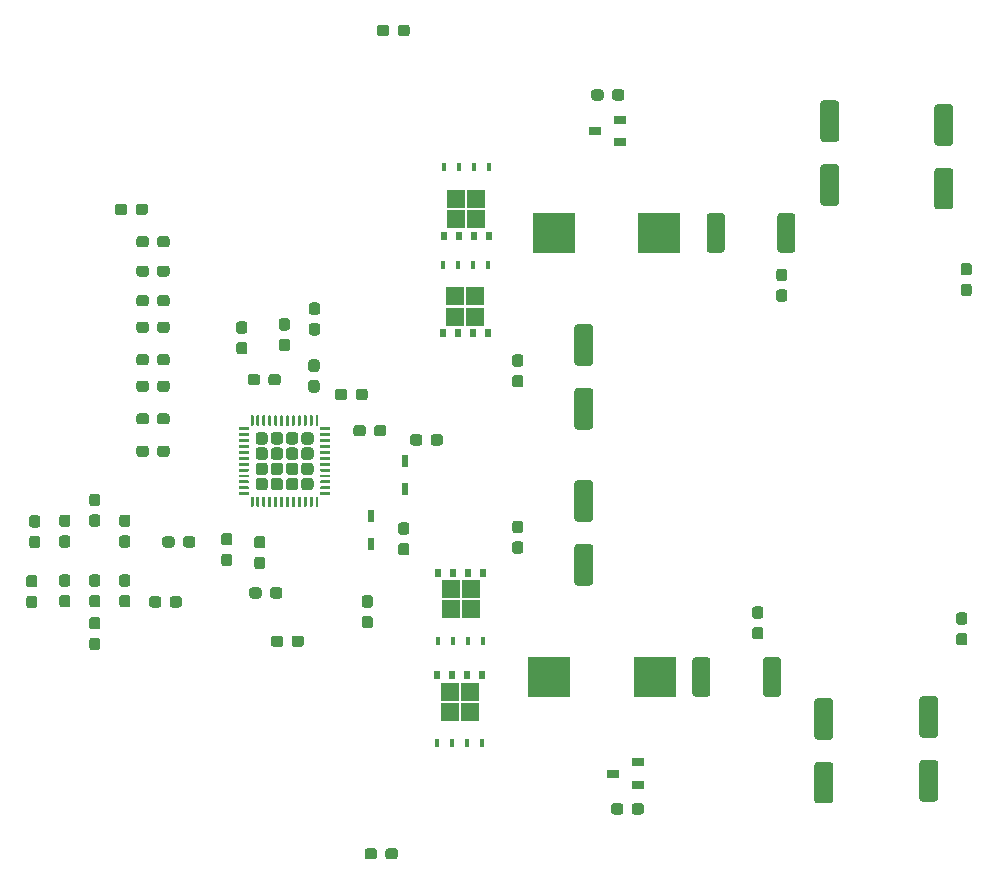
<source format=gtp>
%TF.GenerationSoftware,KiCad,Pcbnew,(5.1.6)-1*%
%TF.CreationDate,2020-10-29T17:58:23+05:30*%
%TF.ProjectId,LTC3884,4c544333-3838-4342-9e6b-696361645f70,rev?*%
%TF.SameCoordinates,Original*%
%TF.FileFunction,Paste,Top*%
%TF.FilePolarity,Positive*%
%FSLAX46Y46*%
G04 Gerber Fmt 4.6, Leading zero omitted, Abs format (unit mm)*
G04 Created by KiCad (PCBNEW (5.1.6)-1) date 2020-10-29 17:58:23*
%MOMM*%
%LPD*%
G01*
G04 APERTURE LIST*
%ADD10R,3.550000X3.500000*%
%ADD11R,0.400000X0.750000*%
%ADD12R,1.500000X1.500000*%
%ADD13R,0.500000X0.750000*%
%ADD14R,0.500000X1.075000*%
%ADD15R,1.100000X0.650000*%
G04 APERTURE END LIST*
%TO.C,C25*%
G36*
G01*
X181118500Y-122270000D02*
X181593500Y-122270000D01*
G75*
G02*
X181831000Y-122507500I0J-237500D01*
G01*
X181831000Y-123082500D01*
G75*
G02*
X181593500Y-123320000I-237500J0D01*
G01*
X181118500Y-123320000D01*
G75*
G02*
X180881000Y-123082500I0J237500D01*
G01*
X180881000Y-122507500D01*
G75*
G02*
X181118500Y-122270000I237500J0D01*
G01*
G37*
G36*
G01*
X181118500Y-120520000D02*
X181593500Y-120520000D01*
G75*
G02*
X181831000Y-120757500I0J-237500D01*
G01*
X181831000Y-121332500D01*
G75*
G02*
X181593500Y-121570000I-237500J0D01*
G01*
X181118500Y-121570000D01*
G75*
G02*
X180881000Y-121332500I0J237500D01*
G01*
X180881000Y-120757500D01*
G75*
G02*
X181118500Y-120520000I237500J0D01*
G01*
G37*
%TD*%
%TO.C,R27*%
G36*
G01*
X207325000Y-132178999D02*
X207325000Y-135029001D01*
G75*
G02*
X207075001Y-135279000I-249999J0D01*
G01*
X206049999Y-135279000D01*
G75*
G02*
X205800000Y-135029001I0J249999D01*
G01*
X205800000Y-132178999D01*
G75*
G02*
X206049999Y-131929000I249999J0D01*
G01*
X207075001Y-131929000D01*
G75*
G02*
X207325000Y-132178999I0J-249999D01*
G01*
G37*
G36*
G01*
X213300000Y-132178999D02*
X213300000Y-135029001D01*
G75*
G02*
X213050001Y-135279000I-249999J0D01*
G01*
X212024999Y-135279000D01*
G75*
G02*
X211775000Y-135029001I0J249999D01*
G01*
X211775000Y-132178999D01*
G75*
G02*
X212024999Y-131929000I249999J0D01*
G01*
X213050001Y-131929000D01*
G75*
G02*
X213300000Y-132178999I0J-249999D01*
G01*
G37*
%TD*%
%TO.C,R26*%
G36*
G01*
X208534500Y-94586999D02*
X208534500Y-97437001D01*
G75*
G02*
X208284501Y-97687000I-249999J0D01*
G01*
X207259499Y-97687000D01*
G75*
G02*
X207009500Y-97437001I0J249999D01*
G01*
X207009500Y-94586999D01*
G75*
G02*
X207259499Y-94337000I249999J0D01*
G01*
X208284501Y-94337000D01*
G75*
G02*
X208534500Y-94586999I0J-249999D01*
G01*
G37*
G36*
G01*
X214509500Y-94586999D02*
X214509500Y-97437001D01*
G75*
G02*
X214259501Y-97687000I-249999J0D01*
G01*
X213234499Y-97687000D01*
G75*
G02*
X212984500Y-97437001I0J249999D01*
G01*
X212984500Y-94586999D01*
G75*
G02*
X213234499Y-94337000I249999J0D01*
G01*
X214259501Y-94337000D01*
G75*
G02*
X214509500Y-94586999I0J-249999D01*
G01*
G37*
%TD*%
D10*
%TO.C,L2*%
X202595000Y-133604000D03*
X193645000Y-133604000D03*
%TD*%
%TO.C,L1*%
X203006000Y-96012000D03*
X194056000Y-96012000D03*
%TD*%
%TO.C,C22*%
G36*
G01*
X197146000Y-107254000D02*
X196046000Y-107254000D01*
G75*
G02*
X195796000Y-107004000I0J250000D01*
G01*
X195796000Y-104004000D01*
G75*
G02*
X196046000Y-103754000I250000J0D01*
G01*
X197146000Y-103754000D01*
G75*
G02*
X197396000Y-104004000I0J-250000D01*
G01*
X197396000Y-107004000D01*
G75*
G02*
X197146000Y-107254000I-250000J0D01*
G01*
G37*
G36*
G01*
X197146000Y-112654000D02*
X196046000Y-112654000D01*
G75*
G02*
X195796000Y-112404000I0J250000D01*
G01*
X195796000Y-109404000D01*
G75*
G02*
X196046000Y-109154000I250000J0D01*
G01*
X197146000Y-109154000D01*
G75*
G02*
X197396000Y-109404000I0J-250000D01*
G01*
X197396000Y-112404000D01*
G75*
G02*
X197146000Y-112654000I-250000J0D01*
G01*
G37*
%TD*%
%TO.C,C21*%
G36*
G01*
X196046000Y-122362000D02*
X197146000Y-122362000D01*
G75*
G02*
X197396000Y-122612000I0J-250000D01*
G01*
X197396000Y-125612000D01*
G75*
G02*
X197146000Y-125862000I-250000J0D01*
G01*
X196046000Y-125862000D01*
G75*
G02*
X195796000Y-125612000I0J250000D01*
G01*
X195796000Y-122612000D01*
G75*
G02*
X196046000Y-122362000I250000J0D01*
G01*
G37*
G36*
G01*
X196046000Y-116962000D02*
X197146000Y-116962000D01*
G75*
G02*
X197396000Y-117212000I0J-250000D01*
G01*
X197396000Y-120212000D01*
G75*
G02*
X197146000Y-120462000I-250000J0D01*
G01*
X196046000Y-120462000D01*
G75*
G02*
X195796000Y-120212000I0J250000D01*
G01*
X195796000Y-117212000D01*
G75*
G02*
X196046000Y-116962000I250000J0D01*
G01*
G37*
%TD*%
%TO.C,C17*%
G36*
G01*
X216366000Y-140810000D02*
X217466000Y-140810000D01*
G75*
G02*
X217716000Y-141060000I0J-250000D01*
G01*
X217716000Y-144060000D01*
G75*
G02*
X217466000Y-144310000I-250000J0D01*
G01*
X216366000Y-144310000D01*
G75*
G02*
X216116000Y-144060000I0J250000D01*
G01*
X216116000Y-141060000D01*
G75*
G02*
X216366000Y-140810000I250000J0D01*
G01*
G37*
G36*
G01*
X216366000Y-135410000D02*
X217466000Y-135410000D01*
G75*
G02*
X217716000Y-135660000I0J-250000D01*
G01*
X217716000Y-138660000D01*
G75*
G02*
X217466000Y-138910000I-250000J0D01*
G01*
X216366000Y-138910000D01*
G75*
G02*
X216116000Y-138660000I0J250000D01*
G01*
X216116000Y-135660000D01*
G75*
G02*
X216366000Y-135410000I250000J0D01*
G01*
G37*
%TD*%
%TO.C,C15*%
G36*
G01*
X225256000Y-140650000D02*
X226356000Y-140650000D01*
G75*
G02*
X226606000Y-140900000I0J-250000D01*
G01*
X226606000Y-143900000D01*
G75*
G02*
X226356000Y-144150000I-250000J0D01*
G01*
X225256000Y-144150000D01*
G75*
G02*
X225006000Y-143900000I0J250000D01*
G01*
X225006000Y-140900000D01*
G75*
G02*
X225256000Y-140650000I250000J0D01*
G01*
G37*
G36*
G01*
X225256000Y-135250000D02*
X226356000Y-135250000D01*
G75*
G02*
X226606000Y-135500000I0J-250000D01*
G01*
X226606000Y-138500000D01*
G75*
G02*
X226356000Y-138750000I-250000J0D01*
G01*
X225256000Y-138750000D01*
G75*
G02*
X225006000Y-138500000I0J250000D01*
G01*
X225006000Y-135500000D01*
G75*
G02*
X225256000Y-135250000I250000J0D01*
G01*
G37*
%TD*%
%TO.C,C14*%
G36*
G01*
X227626000Y-88618000D02*
X226526000Y-88618000D01*
G75*
G02*
X226276000Y-88368000I0J250000D01*
G01*
X226276000Y-85368000D01*
G75*
G02*
X226526000Y-85118000I250000J0D01*
G01*
X227626000Y-85118000D01*
G75*
G02*
X227876000Y-85368000I0J-250000D01*
G01*
X227876000Y-88368000D01*
G75*
G02*
X227626000Y-88618000I-250000J0D01*
G01*
G37*
G36*
G01*
X227626000Y-94018000D02*
X226526000Y-94018000D01*
G75*
G02*
X226276000Y-93768000I0J250000D01*
G01*
X226276000Y-90768000D01*
G75*
G02*
X226526000Y-90518000I250000J0D01*
G01*
X227626000Y-90518000D01*
G75*
G02*
X227876000Y-90768000I0J-250000D01*
G01*
X227876000Y-93768000D01*
G75*
G02*
X227626000Y-94018000I-250000J0D01*
G01*
G37*
%TD*%
%TO.C,C13*%
G36*
G01*
X217974000Y-88298000D02*
X216874000Y-88298000D01*
G75*
G02*
X216624000Y-88048000I0J250000D01*
G01*
X216624000Y-85048000D01*
G75*
G02*
X216874000Y-84798000I250000J0D01*
G01*
X217974000Y-84798000D01*
G75*
G02*
X218224000Y-85048000I0J-250000D01*
G01*
X218224000Y-88048000D01*
G75*
G02*
X217974000Y-88298000I-250000J0D01*
G01*
G37*
G36*
G01*
X217974000Y-93698000D02*
X216874000Y-93698000D01*
G75*
G02*
X216624000Y-93448000I0J250000D01*
G01*
X216624000Y-90448000D01*
G75*
G02*
X216874000Y-90198000I250000J0D01*
G01*
X217974000Y-90198000D01*
G75*
G02*
X218224000Y-90448000I0J-250000D01*
G01*
X218224000Y-93448000D01*
G75*
G02*
X217974000Y-93698000I-250000J0D01*
G01*
G37*
%TD*%
D11*
%TO.C,Q4*%
X188545840Y-90430000D03*
X187275840Y-90430000D03*
X186005840Y-90430000D03*
X184735840Y-90430000D03*
D12*
X187490840Y-94830000D03*
X185790840Y-94830000D03*
X187490840Y-93130000D03*
X185790840Y-93130000D03*
D13*
X188545840Y-96235000D03*
X187275840Y-96235000D03*
X186005840Y-96235000D03*
X184735840Y-96235000D03*
%TD*%
%TO.C,U1*%
G36*
G01*
X173947000Y-111466400D02*
X174072000Y-111466400D01*
G75*
G02*
X174134500Y-111528900I0J-62500D01*
G01*
X174134500Y-112278900D01*
G75*
G02*
X174072000Y-112341400I-62500J0D01*
G01*
X173947000Y-112341400D01*
G75*
G02*
X173884500Y-112278900I0J62500D01*
G01*
X173884500Y-111528900D01*
G75*
G02*
X173947000Y-111466400I62500J0D01*
G01*
G37*
G36*
G01*
X173447000Y-111466400D02*
X173572000Y-111466400D01*
G75*
G02*
X173634500Y-111528900I0J-62500D01*
G01*
X173634500Y-112278900D01*
G75*
G02*
X173572000Y-112341400I-62500J0D01*
G01*
X173447000Y-112341400D01*
G75*
G02*
X173384500Y-112278900I0J62500D01*
G01*
X173384500Y-111528900D01*
G75*
G02*
X173447000Y-111466400I62500J0D01*
G01*
G37*
G36*
G01*
X172947000Y-111466400D02*
X173072000Y-111466400D01*
G75*
G02*
X173134500Y-111528900I0J-62500D01*
G01*
X173134500Y-112278900D01*
G75*
G02*
X173072000Y-112341400I-62500J0D01*
G01*
X172947000Y-112341400D01*
G75*
G02*
X172884500Y-112278900I0J62500D01*
G01*
X172884500Y-111528900D01*
G75*
G02*
X172947000Y-111466400I62500J0D01*
G01*
G37*
G36*
G01*
X172447000Y-111466400D02*
X172572000Y-111466400D01*
G75*
G02*
X172634500Y-111528900I0J-62500D01*
G01*
X172634500Y-112278900D01*
G75*
G02*
X172572000Y-112341400I-62500J0D01*
G01*
X172447000Y-112341400D01*
G75*
G02*
X172384500Y-112278900I0J62500D01*
G01*
X172384500Y-111528900D01*
G75*
G02*
X172447000Y-111466400I62500J0D01*
G01*
G37*
G36*
G01*
X171947000Y-111466400D02*
X172072000Y-111466400D01*
G75*
G02*
X172134500Y-111528900I0J-62500D01*
G01*
X172134500Y-112278900D01*
G75*
G02*
X172072000Y-112341400I-62500J0D01*
G01*
X171947000Y-112341400D01*
G75*
G02*
X171884500Y-112278900I0J62500D01*
G01*
X171884500Y-111528900D01*
G75*
G02*
X171947000Y-111466400I62500J0D01*
G01*
G37*
G36*
G01*
X171447000Y-111466400D02*
X171572000Y-111466400D01*
G75*
G02*
X171634500Y-111528900I0J-62500D01*
G01*
X171634500Y-112278900D01*
G75*
G02*
X171572000Y-112341400I-62500J0D01*
G01*
X171447000Y-112341400D01*
G75*
G02*
X171384500Y-112278900I0J62500D01*
G01*
X171384500Y-111528900D01*
G75*
G02*
X171447000Y-111466400I62500J0D01*
G01*
G37*
G36*
G01*
X170947000Y-111466400D02*
X171072000Y-111466400D01*
G75*
G02*
X171134500Y-111528900I0J-62500D01*
G01*
X171134500Y-112278900D01*
G75*
G02*
X171072000Y-112341400I-62500J0D01*
G01*
X170947000Y-112341400D01*
G75*
G02*
X170884500Y-112278900I0J62500D01*
G01*
X170884500Y-111528900D01*
G75*
G02*
X170947000Y-111466400I62500J0D01*
G01*
G37*
G36*
G01*
X170447000Y-111466400D02*
X170572000Y-111466400D01*
G75*
G02*
X170634500Y-111528900I0J-62500D01*
G01*
X170634500Y-112278900D01*
G75*
G02*
X170572000Y-112341400I-62500J0D01*
G01*
X170447000Y-112341400D01*
G75*
G02*
X170384500Y-112278900I0J62500D01*
G01*
X170384500Y-111528900D01*
G75*
G02*
X170447000Y-111466400I62500J0D01*
G01*
G37*
G36*
G01*
X169947000Y-111466400D02*
X170072000Y-111466400D01*
G75*
G02*
X170134500Y-111528900I0J-62500D01*
G01*
X170134500Y-112278900D01*
G75*
G02*
X170072000Y-112341400I-62500J0D01*
G01*
X169947000Y-112341400D01*
G75*
G02*
X169884500Y-112278900I0J62500D01*
G01*
X169884500Y-111528900D01*
G75*
G02*
X169947000Y-111466400I62500J0D01*
G01*
G37*
G36*
G01*
X169447000Y-111466400D02*
X169572000Y-111466400D01*
G75*
G02*
X169634500Y-111528900I0J-62500D01*
G01*
X169634500Y-112278900D01*
G75*
G02*
X169572000Y-112341400I-62500J0D01*
G01*
X169447000Y-112341400D01*
G75*
G02*
X169384500Y-112278900I0J62500D01*
G01*
X169384500Y-111528900D01*
G75*
G02*
X169447000Y-111466400I62500J0D01*
G01*
G37*
G36*
G01*
X168947000Y-111466400D02*
X169072000Y-111466400D01*
G75*
G02*
X169134500Y-111528900I0J-62500D01*
G01*
X169134500Y-112278900D01*
G75*
G02*
X169072000Y-112341400I-62500J0D01*
G01*
X168947000Y-112341400D01*
G75*
G02*
X168884500Y-112278900I0J62500D01*
G01*
X168884500Y-111528900D01*
G75*
G02*
X168947000Y-111466400I62500J0D01*
G01*
G37*
G36*
G01*
X168447000Y-111466400D02*
X168572000Y-111466400D01*
G75*
G02*
X168634500Y-111528900I0J-62500D01*
G01*
X168634500Y-112278900D01*
G75*
G02*
X168572000Y-112341400I-62500J0D01*
G01*
X168447000Y-112341400D01*
G75*
G02*
X168384500Y-112278900I0J62500D01*
G01*
X168384500Y-111528900D01*
G75*
G02*
X168447000Y-111466400I62500J0D01*
G01*
G37*
G36*
G01*
X167447000Y-112466400D02*
X168197000Y-112466400D01*
G75*
G02*
X168259500Y-112528900I0J-62500D01*
G01*
X168259500Y-112653900D01*
G75*
G02*
X168197000Y-112716400I-62500J0D01*
G01*
X167447000Y-112716400D01*
G75*
G02*
X167384500Y-112653900I0J62500D01*
G01*
X167384500Y-112528900D01*
G75*
G02*
X167447000Y-112466400I62500J0D01*
G01*
G37*
G36*
G01*
X167447000Y-112966400D02*
X168197000Y-112966400D01*
G75*
G02*
X168259500Y-113028900I0J-62500D01*
G01*
X168259500Y-113153900D01*
G75*
G02*
X168197000Y-113216400I-62500J0D01*
G01*
X167447000Y-113216400D01*
G75*
G02*
X167384500Y-113153900I0J62500D01*
G01*
X167384500Y-113028900D01*
G75*
G02*
X167447000Y-112966400I62500J0D01*
G01*
G37*
G36*
G01*
X167447000Y-113466400D02*
X168197000Y-113466400D01*
G75*
G02*
X168259500Y-113528900I0J-62500D01*
G01*
X168259500Y-113653900D01*
G75*
G02*
X168197000Y-113716400I-62500J0D01*
G01*
X167447000Y-113716400D01*
G75*
G02*
X167384500Y-113653900I0J62500D01*
G01*
X167384500Y-113528900D01*
G75*
G02*
X167447000Y-113466400I62500J0D01*
G01*
G37*
G36*
G01*
X167447000Y-113966400D02*
X168197000Y-113966400D01*
G75*
G02*
X168259500Y-114028900I0J-62500D01*
G01*
X168259500Y-114153900D01*
G75*
G02*
X168197000Y-114216400I-62500J0D01*
G01*
X167447000Y-114216400D01*
G75*
G02*
X167384500Y-114153900I0J62500D01*
G01*
X167384500Y-114028900D01*
G75*
G02*
X167447000Y-113966400I62500J0D01*
G01*
G37*
G36*
G01*
X167447000Y-114466400D02*
X168197000Y-114466400D01*
G75*
G02*
X168259500Y-114528900I0J-62500D01*
G01*
X168259500Y-114653900D01*
G75*
G02*
X168197000Y-114716400I-62500J0D01*
G01*
X167447000Y-114716400D01*
G75*
G02*
X167384500Y-114653900I0J62500D01*
G01*
X167384500Y-114528900D01*
G75*
G02*
X167447000Y-114466400I62500J0D01*
G01*
G37*
G36*
G01*
X167447000Y-114966400D02*
X168197000Y-114966400D01*
G75*
G02*
X168259500Y-115028900I0J-62500D01*
G01*
X168259500Y-115153900D01*
G75*
G02*
X168197000Y-115216400I-62500J0D01*
G01*
X167447000Y-115216400D01*
G75*
G02*
X167384500Y-115153900I0J62500D01*
G01*
X167384500Y-115028900D01*
G75*
G02*
X167447000Y-114966400I62500J0D01*
G01*
G37*
G36*
G01*
X167447000Y-115466400D02*
X168197000Y-115466400D01*
G75*
G02*
X168259500Y-115528900I0J-62500D01*
G01*
X168259500Y-115653900D01*
G75*
G02*
X168197000Y-115716400I-62500J0D01*
G01*
X167447000Y-115716400D01*
G75*
G02*
X167384500Y-115653900I0J62500D01*
G01*
X167384500Y-115528900D01*
G75*
G02*
X167447000Y-115466400I62500J0D01*
G01*
G37*
G36*
G01*
X167447000Y-115966400D02*
X168197000Y-115966400D01*
G75*
G02*
X168259500Y-116028900I0J-62500D01*
G01*
X168259500Y-116153900D01*
G75*
G02*
X168197000Y-116216400I-62500J0D01*
G01*
X167447000Y-116216400D01*
G75*
G02*
X167384500Y-116153900I0J62500D01*
G01*
X167384500Y-116028900D01*
G75*
G02*
X167447000Y-115966400I62500J0D01*
G01*
G37*
G36*
G01*
X167447000Y-116466400D02*
X168197000Y-116466400D01*
G75*
G02*
X168259500Y-116528900I0J-62500D01*
G01*
X168259500Y-116653900D01*
G75*
G02*
X168197000Y-116716400I-62500J0D01*
G01*
X167447000Y-116716400D01*
G75*
G02*
X167384500Y-116653900I0J62500D01*
G01*
X167384500Y-116528900D01*
G75*
G02*
X167447000Y-116466400I62500J0D01*
G01*
G37*
G36*
G01*
X167447000Y-116966400D02*
X168197000Y-116966400D01*
G75*
G02*
X168259500Y-117028900I0J-62500D01*
G01*
X168259500Y-117153900D01*
G75*
G02*
X168197000Y-117216400I-62500J0D01*
G01*
X167447000Y-117216400D01*
G75*
G02*
X167384500Y-117153900I0J62500D01*
G01*
X167384500Y-117028900D01*
G75*
G02*
X167447000Y-116966400I62500J0D01*
G01*
G37*
G36*
G01*
X167447000Y-117466400D02*
X168197000Y-117466400D01*
G75*
G02*
X168259500Y-117528900I0J-62500D01*
G01*
X168259500Y-117653900D01*
G75*
G02*
X168197000Y-117716400I-62500J0D01*
G01*
X167447000Y-117716400D01*
G75*
G02*
X167384500Y-117653900I0J62500D01*
G01*
X167384500Y-117528900D01*
G75*
G02*
X167447000Y-117466400I62500J0D01*
G01*
G37*
G36*
G01*
X167447000Y-117966400D02*
X168197000Y-117966400D01*
G75*
G02*
X168259500Y-118028900I0J-62500D01*
G01*
X168259500Y-118153900D01*
G75*
G02*
X168197000Y-118216400I-62500J0D01*
G01*
X167447000Y-118216400D01*
G75*
G02*
X167384500Y-118153900I0J62500D01*
G01*
X167384500Y-118028900D01*
G75*
G02*
X167447000Y-117966400I62500J0D01*
G01*
G37*
G36*
G01*
X168447000Y-118341400D02*
X168572000Y-118341400D01*
G75*
G02*
X168634500Y-118403900I0J-62500D01*
G01*
X168634500Y-119153900D01*
G75*
G02*
X168572000Y-119216400I-62500J0D01*
G01*
X168447000Y-119216400D01*
G75*
G02*
X168384500Y-119153900I0J62500D01*
G01*
X168384500Y-118403900D01*
G75*
G02*
X168447000Y-118341400I62500J0D01*
G01*
G37*
G36*
G01*
X168947000Y-118341400D02*
X169072000Y-118341400D01*
G75*
G02*
X169134500Y-118403900I0J-62500D01*
G01*
X169134500Y-119153900D01*
G75*
G02*
X169072000Y-119216400I-62500J0D01*
G01*
X168947000Y-119216400D01*
G75*
G02*
X168884500Y-119153900I0J62500D01*
G01*
X168884500Y-118403900D01*
G75*
G02*
X168947000Y-118341400I62500J0D01*
G01*
G37*
G36*
G01*
X169447000Y-118341400D02*
X169572000Y-118341400D01*
G75*
G02*
X169634500Y-118403900I0J-62500D01*
G01*
X169634500Y-119153900D01*
G75*
G02*
X169572000Y-119216400I-62500J0D01*
G01*
X169447000Y-119216400D01*
G75*
G02*
X169384500Y-119153900I0J62500D01*
G01*
X169384500Y-118403900D01*
G75*
G02*
X169447000Y-118341400I62500J0D01*
G01*
G37*
G36*
G01*
X169947000Y-118341400D02*
X170072000Y-118341400D01*
G75*
G02*
X170134500Y-118403900I0J-62500D01*
G01*
X170134500Y-119153900D01*
G75*
G02*
X170072000Y-119216400I-62500J0D01*
G01*
X169947000Y-119216400D01*
G75*
G02*
X169884500Y-119153900I0J62500D01*
G01*
X169884500Y-118403900D01*
G75*
G02*
X169947000Y-118341400I62500J0D01*
G01*
G37*
G36*
G01*
X170447000Y-118341400D02*
X170572000Y-118341400D01*
G75*
G02*
X170634500Y-118403900I0J-62500D01*
G01*
X170634500Y-119153900D01*
G75*
G02*
X170572000Y-119216400I-62500J0D01*
G01*
X170447000Y-119216400D01*
G75*
G02*
X170384500Y-119153900I0J62500D01*
G01*
X170384500Y-118403900D01*
G75*
G02*
X170447000Y-118341400I62500J0D01*
G01*
G37*
G36*
G01*
X170947000Y-118341400D02*
X171072000Y-118341400D01*
G75*
G02*
X171134500Y-118403900I0J-62500D01*
G01*
X171134500Y-119153900D01*
G75*
G02*
X171072000Y-119216400I-62500J0D01*
G01*
X170947000Y-119216400D01*
G75*
G02*
X170884500Y-119153900I0J62500D01*
G01*
X170884500Y-118403900D01*
G75*
G02*
X170947000Y-118341400I62500J0D01*
G01*
G37*
G36*
G01*
X171447000Y-118341400D02*
X171572000Y-118341400D01*
G75*
G02*
X171634500Y-118403900I0J-62500D01*
G01*
X171634500Y-119153900D01*
G75*
G02*
X171572000Y-119216400I-62500J0D01*
G01*
X171447000Y-119216400D01*
G75*
G02*
X171384500Y-119153900I0J62500D01*
G01*
X171384500Y-118403900D01*
G75*
G02*
X171447000Y-118341400I62500J0D01*
G01*
G37*
G36*
G01*
X171947000Y-118341400D02*
X172072000Y-118341400D01*
G75*
G02*
X172134500Y-118403900I0J-62500D01*
G01*
X172134500Y-119153900D01*
G75*
G02*
X172072000Y-119216400I-62500J0D01*
G01*
X171947000Y-119216400D01*
G75*
G02*
X171884500Y-119153900I0J62500D01*
G01*
X171884500Y-118403900D01*
G75*
G02*
X171947000Y-118341400I62500J0D01*
G01*
G37*
G36*
G01*
X172447000Y-118341400D02*
X172572000Y-118341400D01*
G75*
G02*
X172634500Y-118403900I0J-62500D01*
G01*
X172634500Y-119153900D01*
G75*
G02*
X172572000Y-119216400I-62500J0D01*
G01*
X172447000Y-119216400D01*
G75*
G02*
X172384500Y-119153900I0J62500D01*
G01*
X172384500Y-118403900D01*
G75*
G02*
X172447000Y-118341400I62500J0D01*
G01*
G37*
G36*
G01*
X172947000Y-118341400D02*
X173072000Y-118341400D01*
G75*
G02*
X173134500Y-118403900I0J-62500D01*
G01*
X173134500Y-119153900D01*
G75*
G02*
X173072000Y-119216400I-62500J0D01*
G01*
X172947000Y-119216400D01*
G75*
G02*
X172884500Y-119153900I0J62500D01*
G01*
X172884500Y-118403900D01*
G75*
G02*
X172947000Y-118341400I62500J0D01*
G01*
G37*
G36*
G01*
X173447000Y-118341400D02*
X173572000Y-118341400D01*
G75*
G02*
X173634500Y-118403900I0J-62500D01*
G01*
X173634500Y-119153900D01*
G75*
G02*
X173572000Y-119216400I-62500J0D01*
G01*
X173447000Y-119216400D01*
G75*
G02*
X173384500Y-119153900I0J62500D01*
G01*
X173384500Y-118403900D01*
G75*
G02*
X173447000Y-118341400I62500J0D01*
G01*
G37*
G36*
G01*
X173947000Y-118341400D02*
X174072000Y-118341400D01*
G75*
G02*
X174134500Y-118403900I0J-62500D01*
G01*
X174134500Y-119153900D01*
G75*
G02*
X174072000Y-119216400I-62500J0D01*
G01*
X173947000Y-119216400D01*
G75*
G02*
X173884500Y-119153900I0J62500D01*
G01*
X173884500Y-118403900D01*
G75*
G02*
X173947000Y-118341400I62500J0D01*
G01*
G37*
G36*
G01*
X174322000Y-117966400D02*
X175072000Y-117966400D01*
G75*
G02*
X175134500Y-118028900I0J-62500D01*
G01*
X175134500Y-118153900D01*
G75*
G02*
X175072000Y-118216400I-62500J0D01*
G01*
X174322000Y-118216400D01*
G75*
G02*
X174259500Y-118153900I0J62500D01*
G01*
X174259500Y-118028900D01*
G75*
G02*
X174322000Y-117966400I62500J0D01*
G01*
G37*
G36*
G01*
X174322000Y-117466400D02*
X175072000Y-117466400D01*
G75*
G02*
X175134500Y-117528900I0J-62500D01*
G01*
X175134500Y-117653900D01*
G75*
G02*
X175072000Y-117716400I-62500J0D01*
G01*
X174322000Y-117716400D01*
G75*
G02*
X174259500Y-117653900I0J62500D01*
G01*
X174259500Y-117528900D01*
G75*
G02*
X174322000Y-117466400I62500J0D01*
G01*
G37*
G36*
G01*
X174322000Y-116966400D02*
X175072000Y-116966400D01*
G75*
G02*
X175134500Y-117028900I0J-62500D01*
G01*
X175134500Y-117153900D01*
G75*
G02*
X175072000Y-117216400I-62500J0D01*
G01*
X174322000Y-117216400D01*
G75*
G02*
X174259500Y-117153900I0J62500D01*
G01*
X174259500Y-117028900D01*
G75*
G02*
X174322000Y-116966400I62500J0D01*
G01*
G37*
G36*
G01*
X174322000Y-116466400D02*
X175072000Y-116466400D01*
G75*
G02*
X175134500Y-116528900I0J-62500D01*
G01*
X175134500Y-116653900D01*
G75*
G02*
X175072000Y-116716400I-62500J0D01*
G01*
X174322000Y-116716400D01*
G75*
G02*
X174259500Y-116653900I0J62500D01*
G01*
X174259500Y-116528900D01*
G75*
G02*
X174322000Y-116466400I62500J0D01*
G01*
G37*
G36*
G01*
X174322000Y-115966400D02*
X175072000Y-115966400D01*
G75*
G02*
X175134500Y-116028900I0J-62500D01*
G01*
X175134500Y-116153900D01*
G75*
G02*
X175072000Y-116216400I-62500J0D01*
G01*
X174322000Y-116216400D01*
G75*
G02*
X174259500Y-116153900I0J62500D01*
G01*
X174259500Y-116028900D01*
G75*
G02*
X174322000Y-115966400I62500J0D01*
G01*
G37*
G36*
G01*
X174322000Y-115466400D02*
X175072000Y-115466400D01*
G75*
G02*
X175134500Y-115528900I0J-62500D01*
G01*
X175134500Y-115653900D01*
G75*
G02*
X175072000Y-115716400I-62500J0D01*
G01*
X174322000Y-115716400D01*
G75*
G02*
X174259500Y-115653900I0J62500D01*
G01*
X174259500Y-115528900D01*
G75*
G02*
X174322000Y-115466400I62500J0D01*
G01*
G37*
G36*
G01*
X174322000Y-114966400D02*
X175072000Y-114966400D01*
G75*
G02*
X175134500Y-115028900I0J-62500D01*
G01*
X175134500Y-115153900D01*
G75*
G02*
X175072000Y-115216400I-62500J0D01*
G01*
X174322000Y-115216400D01*
G75*
G02*
X174259500Y-115153900I0J62500D01*
G01*
X174259500Y-115028900D01*
G75*
G02*
X174322000Y-114966400I62500J0D01*
G01*
G37*
G36*
G01*
X174322000Y-114466400D02*
X175072000Y-114466400D01*
G75*
G02*
X175134500Y-114528900I0J-62500D01*
G01*
X175134500Y-114653900D01*
G75*
G02*
X175072000Y-114716400I-62500J0D01*
G01*
X174322000Y-114716400D01*
G75*
G02*
X174259500Y-114653900I0J62500D01*
G01*
X174259500Y-114528900D01*
G75*
G02*
X174322000Y-114466400I62500J0D01*
G01*
G37*
G36*
G01*
X174322000Y-113966400D02*
X175072000Y-113966400D01*
G75*
G02*
X175134500Y-114028900I0J-62500D01*
G01*
X175134500Y-114153900D01*
G75*
G02*
X175072000Y-114216400I-62500J0D01*
G01*
X174322000Y-114216400D01*
G75*
G02*
X174259500Y-114153900I0J62500D01*
G01*
X174259500Y-114028900D01*
G75*
G02*
X174322000Y-113966400I62500J0D01*
G01*
G37*
G36*
G01*
X174322000Y-113466400D02*
X175072000Y-113466400D01*
G75*
G02*
X175134500Y-113528900I0J-62500D01*
G01*
X175134500Y-113653900D01*
G75*
G02*
X175072000Y-113716400I-62500J0D01*
G01*
X174322000Y-113716400D01*
G75*
G02*
X174259500Y-113653900I0J62500D01*
G01*
X174259500Y-113528900D01*
G75*
G02*
X174322000Y-113466400I62500J0D01*
G01*
G37*
G36*
G01*
X174322000Y-112966400D02*
X175072000Y-112966400D01*
G75*
G02*
X175134500Y-113028900I0J-62500D01*
G01*
X175134500Y-113153900D01*
G75*
G02*
X175072000Y-113216400I-62500J0D01*
G01*
X174322000Y-113216400D01*
G75*
G02*
X174259500Y-113153900I0J62500D01*
G01*
X174259500Y-113028900D01*
G75*
G02*
X174322000Y-112966400I62500J0D01*
G01*
G37*
G36*
G01*
X174322000Y-112466400D02*
X175072000Y-112466400D01*
G75*
G02*
X175134500Y-112528900I0J-62500D01*
G01*
X175134500Y-112653900D01*
G75*
G02*
X175072000Y-112716400I-62500J0D01*
G01*
X174322000Y-112716400D01*
G75*
G02*
X174259500Y-112653900I0J62500D01*
G01*
X174259500Y-112528900D01*
G75*
G02*
X174322000Y-112466400I62500J0D01*
G01*
G37*
G36*
G01*
X172924500Y-112886400D02*
X173464500Y-112886400D01*
G75*
G02*
X173714500Y-113136400I0J-250000D01*
G01*
X173714500Y-113676400D01*
G75*
G02*
X173464500Y-113926400I-250000J0D01*
G01*
X172924500Y-113926400D01*
G75*
G02*
X172674500Y-113676400I0J250000D01*
G01*
X172674500Y-113136400D01*
G75*
G02*
X172924500Y-112886400I250000J0D01*
G01*
G37*
G36*
G01*
X171634500Y-112886400D02*
X172174500Y-112886400D01*
G75*
G02*
X172424500Y-113136400I0J-250000D01*
G01*
X172424500Y-113676400D01*
G75*
G02*
X172174500Y-113926400I-250000J0D01*
G01*
X171634500Y-113926400D01*
G75*
G02*
X171384500Y-113676400I0J250000D01*
G01*
X171384500Y-113136400D01*
G75*
G02*
X171634500Y-112886400I250000J0D01*
G01*
G37*
G36*
G01*
X170344500Y-112886400D02*
X170884500Y-112886400D01*
G75*
G02*
X171134500Y-113136400I0J-250000D01*
G01*
X171134500Y-113676400D01*
G75*
G02*
X170884500Y-113926400I-250000J0D01*
G01*
X170344500Y-113926400D01*
G75*
G02*
X170094500Y-113676400I0J250000D01*
G01*
X170094500Y-113136400D01*
G75*
G02*
X170344500Y-112886400I250000J0D01*
G01*
G37*
G36*
G01*
X169054500Y-112886400D02*
X169594500Y-112886400D01*
G75*
G02*
X169844500Y-113136400I0J-250000D01*
G01*
X169844500Y-113676400D01*
G75*
G02*
X169594500Y-113926400I-250000J0D01*
G01*
X169054500Y-113926400D01*
G75*
G02*
X168804500Y-113676400I0J250000D01*
G01*
X168804500Y-113136400D01*
G75*
G02*
X169054500Y-112886400I250000J0D01*
G01*
G37*
G36*
G01*
X172924500Y-114176400D02*
X173464500Y-114176400D01*
G75*
G02*
X173714500Y-114426400I0J-250000D01*
G01*
X173714500Y-114966400D01*
G75*
G02*
X173464500Y-115216400I-250000J0D01*
G01*
X172924500Y-115216400D01*
G75*
G02*
X172674500Y-114966400I0J250000D01*
G01*
X172674500Y-114426400D01*
G75*
G02*
X172924500Y-114176400I250000J0D01*
G01*
G37*
G36*
G01*
X171634500Y-114176400D02*
X172174500Y-114176400D01*
G75*
G02*
X172424500Y-114426400I0J-250000D01*
G01*
X172424500Y-114966400D01*
G75*
G02*
X172174500Y-115216400I-250000J0D01*
G01*
X171634500Y-115216400D01*
G75*
G02*
X171384500Y-114966400I0J250000D01*
G01*
X171384500Y-114426400D01*
G75*
G02*
X171634500Y-114176400I250000J0D01*
G01*
G37*
G36*
G01*
X170344500Y-114176400D02*
X170884500Y-114176400D01*
G75*
G02*
X171134500Y-114426400I0J-250000D01*
G01*
X171134500Y-114966400D01*
G75*
G02*
X170884500Y-115216400I-250000J0D01*
G01*
X170344500Y-115216400D01*
G75*
G02*
X170094500Y-114966400I0J250000D01*
G01*
X170094500Y-114426400D01*
G75*
G02*
X170344500Y-114176400I250000J0D01*
G01*
G37*
G36*
G01*
X169054500Y-114176400D02*
X169594500Y-114176400D01*
G75*
G02*
X169844500Y-114426400I0J-250000D01*
G01*
X169844500Y-114966400D01*
G75*
G02*
X169594500Y-115216400I-250000J0D01*
G01*
X169054500Y-115216400D01*
G75*
G02*
X168804500Y-114966400I0J250000D01*
G01*
X168804500Y-114426400D01*
G75*
G02*
X169054500Y-114176400I250000J0D01*
G01*
G37*
G36*
G01*
X172924500Y-115466400D02*
X173464500Y-115466400D01*
G75*
G02*
X173714500Y-115716400I0J-250000D01*
G01*
X173714500Y-116256400D01*
G75*
G02*
X173464500Y-116506400I-250000J0D01*
G01*
X172924500Y-116506400D01*
G75*
G02*
X172674500Y-116256400I0J250000D01*
G01*
X172674500Y-115716400D01*
G75*
G02*
X172924500Y-115466400I250000J0D01*
G01*
G37*
G36*
G01*
X171634500Y-115466400D02*
X172174500Y-115466400D01*
G75*
G02*
X172424500Y-115716400I0J-250000D01*
G01*
X172424500Y-116256400D01*
G75*
G02*
X172174500Y-116506400I-250000J0D01*
G01*
X171634500Y-116506400D01*
G75*
G02*
X171384500Y-116256400I0J250000D01*
G01*
X171384500Y-115716400D01*
G75*
G02*
X171634500Y-115466400I250000J0D01*
G01*
G37*
G36*
G01*
X170344500Y-115466400D02*
X170884500Y-115466400D01*
G75*
G02*
X171134500Y-115716400I0J-250000D01*
G01*
X171134500Y-116256400D01*
G75*
G02*
X170884500Y-116506400I-250000J0D01*
G01*
X170344500Y-116506400D01*
G75*
G02*
X170094500Y-116256400I0J250000D01*
G01*
X170094500Y-115716400D01*
G75*
G02*
X170344500Y-115466400I250000J0D01*
G01*
G37*
G36*
G01*
X169054500Y-115466400D02*
X169594500Y-115466400D01*
G75*
G02*
X169844500Y-115716400I0J-250000D01*
G01*
X169844500Y-116256400D01*
G75*
G02*
X169594500Y-116506400I-250000J0D01*
G01*
X169054500Y-116506400D01*
G75*
G02*
X168804500Y-116256400I0J250000D01*
G01*
X168804500Y-115716400D01*
G75*
G02*
X169054500Y-115466400I250000J0D01*
G01*
G37*
G36*
G01*
X172924500Y-116756400D02*
X173464500Y-116756400D01*
G75*
G02*
X173714500Y-117006400I0J-250000D01*
G01*
X173714500Y-117546400D01*
G75*
G02*
X173464500Y-117796400I-250000J0D01*
G01*
X172924500Y-117796400D01*
G75*
G02*
X172674500Y-117546400I0J250000D01*
G01*
X172674500Y-117006400D01*
G75*
G02*
X172924500Y-116756400I250000J0D01*
G01*
G37*
G36*
G01*
X171634500Y-116756400D02*
X172174500Y-116756400D01*
G75*
G02*
X172424500Y-117006400I0J-250000D01*
G01*
X172424500Y-117546400D01*
G75*
G02*
X172174500Y-117796400I-250000J0D01*
G01*
X171634500Y-117796400D01*
G75*
G02*
X171384500Y-117546400I0J250000D01*
G01*
X171384500Y-117006400D01*
G75*
G02*
X171634500Y-116756400I250000J0D01*
G01*
G37*
G36*
G01*
X170344500Y-116756400D02*
X170884500Y-116756400D01*
G75*
G02*
X171134500Y-117006400I0J-250000D01*
G01*
X171134500Y-117546400D01*
G75*
G02*
X170884500Y-117796400I-250000J0D01*
G01*
X170344500Y-117796400D01*
G75*
G02*
X170094500Y-117546400I0J250000D01*
G01*
X170094500Y-117006400D01*
G75*
G02*
X170344500Y-116756400I250000J0D01*
G01*
G37*
G36*
G01*
X169054500Y-116756400D02*
X169594500Y-116756400D01*
G75*
G02*
X169844500Y-117006400I0J-250000D01*
G01*
X169844500Y-117546400D01*
G75*
G02*
X169594500Y-117796400I-250000J0D01*
G01*
X169054500Y-117796400D01*
G75*
G02*
X168804500Y-117546400I0J250000D01*
G01*
X168804500Y-117006400D01*
G75*
G02*
X169054500Y-116756400I250000J0D01*
G01*
G37*
%TD*%
%TO.C,Q6*%
X188015880Y-133431800D03*
X186745880Y-133431800D03*
X185475880Y-133431800D03*
X184205880Y-133431800D03*
D12*
X186960880Y-136536800D03*
X185260880Y-136536800D03*
X186960880Y-134836800D03*
X185260880Y-134836800D03*
D11*
X188015880Y-139236800D03*
X186745880Y-139236800D03*
X185475880Y-139236800D03*
X184205880Y-139236800D03*
%TD*%
%TO.C,Q5*%
X184266840Y-130575640D03*
X185536840Y-130575640D03*
X186806840Y-130575640D03*
X188076840Y-130575640D03*
D12*
X185321840Y-126175640D03*
X187021840Y-126175640D03*
X185321840Y-127875640D03*
X187021840Y-127875640D03*
D13*
X184266840Y-124770640D03*
X185536840Y-124770640D03*
X186806840Y-124770640D03*
X188076840Y-124770640D03*
%TD*%
%TO.C,C2*%
G36*
G01*
X171012500Y-103225000D02*
X171487500Y-103225000D01*
G75*
G02*
X171725000Y-103462500I0J-237500D01*
G01*
X171725000Y-104037500D01*
G75*
G02*
X171487500Y-104275000I-237500J0D01*
G01*
X171012500Y-104275000D01*
G75*
G02*
X170775000Y-104037500I0J237500D01*
G01*
X170775000Y-103462500D01*
G75*
G02*
X171012500Y-103225000I237500J0D01*
G01*
G37*
G36*
G01*
X171012500Y-104975000D02*
X171487500Y-104975000D01*
G75*
G02*
X171725000Y-105212500I0J-237500D01*
G01*
X171725000Y-105787500D01*
G75*
G02*
X171487500Y-106025000I-237500J0D01*
G01*
X171012500Y-106025000D01*
G75*
G02*
X170775000Y-105787500I0J237500D01*
G01*
X170775000Y-105212500D01*
G75*
G02*
X171012500Y-104975000I237500J0D01*
G01*
G37*
%TD*%
%TO.C,C3*%
G36*
G01*
X198978000Y-84565500D02*
X198978000Y-84090500D01*
G75*
G02*
X199215500Y-83853000I237500J0D01*
G01*
X199790500Y-83853000D01*
G75*
G02*
X200028000Y-84090500I0J-237500D01*
G01*
X200028000Y-84565500D01*
G75*
G02*
X199790500Y-84803000I-237500J0D01*
G01*
X199215500Y-84803000D01*
G75*
G02*
X198978000Y-84565500I0J237500D01*
G01*
G37*
G36*
G01*
X197228000Y-84565500D02*
X197228000Y-84090500D01*
G75*
G02*
X197465500Y-83853000I237500J0D01*
G01*
X198040500Y-83853000D01*
G75*
G02*
X198278000Y-84090500I0J-237500D01*
G01*
X198278000Y-84565500D01*
G75*
G02*
X198040500Y-84803000I-237500J0D01*
G01*
X197465500Y-84803000D01*
G75*
G02*
X197228000Y-84565500I0J237500D01*
G01*
G37*
%TD*%
%TO.C,C4*%
G36*
G01*
X173562000Y-103650500D02*
X174037000Y-103650500D01*
G75*
G02*
X174274500Y-103888000I0J-237500D01*
G01*
X174274500Y-104463000D01*
G75*
G02*
X174037000Y-104700500I-237500J0D01*
G01*
X173562000Y-104700500D01*
G75*
G02*
X173324500Y-104463000I0J237500D01*
G01*
X173324500Y-103888000D01*
G75*
G02*
X173562000Y-103650500I237500J0D01*
G01*
G37*
G36*
G01*
X173562000Y-101900500D02*
X174037000Y-101900500D01*
G75*
G02*
X174274500Y-102138000I0J-237500D01*
G01*
X174274500Y-102713000D01*
G75*
G02*
X174037000Y-102950500I-237500J0D01*
G01*
X173562000Y-102950500D01*
G75*
G02*
X173324500Y-102713000I0J237500D01*
G01*
X173324500Y-102138000D01*
G75*
G02*
X173562000Y-101900500I237500J0D01*
G01*
G37*
%TD*%
%TO.C,C5*%
G36*
G01*
X169195000Y-108195100D02*
X169195000Y-108670100D01*
G75*
G02*
X168957500Y-108907600I-237500J0D01*
G01*
X168382500Y-108907600D01*
G75*
G02*
X168145000Y-108670100I0J237500D01*
G01*
X168145000Y-108195100D01*
G75*
G02*
X168382500Y-107957600I237500J0D01*
G01*
X168957500Y-107957600D01*
G75*
G02*
X169195000Y-108195100I0J-237500D01*
G01*
G37*
G36*
G01*
X170945000Y-108195100D02*
X170945000Y-108670100D01*
G75*
G02*
X170707500Y-108907600I-237500J0D01*
G01*
X170132500Y-108907600D01*
G75*
G02*
X169895000Y-108670100I0J237500D01*
G01*
X169895000Y-108195100D01*
G75*
G02*
X170132500Y-107957600I237500J0D01*
G01*
X170707500Y-107957600D01*
G75*
G02*
X170945000Y-108195100I0J-237500D01*
G01*
G37*
%TD*%
%TO.C,C6*%
G36*
G01*
X173987500Y-109525000D02*
X173512500Y-109525000D01*
G75*
G02*
X173275000Y-109287500I0J237500D01*
G01*
X173275000Y-108712500D01*
G75*
G02*
X173512500Y-108475000I237500J0D01*
G01*
X173987500Y-108475000D01*
G75*
G02*
X174225000Y-108712500I0J-237500D01*
G01*
X174225000Y-109287500D01*
G75*
G02*
X173987500Y-109525000I-237500J0D01*
G01*
G37*
G36*
G01*
X173987500Y-107775000D02*
X173512500Y-107775000D01*
G75*
G02*
X173275000Y-107537500I0J237500D01*
G01*
X173275000Y-106962500D01*
G75*
G02*
X173512500Y-106725000I237500J0D01*
G01*
X173987500Y-106725000D01*
G75*
G02*
X174225000Y-106962500I0J-237500D01*
G01*
X174225000Y-107537500D01*
G75*
G02*
X173987500Y-107775000I-237500J0D01*
G01*
G37*
%TD*%
%TO.C,C7*%
G36*
G01*
X179892120Y-112512500D02*
X179892120Y-112987500D01*
G75*
G02*
X179654620Y-113225000I-237500J0D01*
G01*
X179079620Y-113225000D01*
G75*
G02*
X178842120Y-112987500I0J237500D01*
G01*
X178842120Y-112512500D01*
G75*
G02*
X179079620Y-112275000I237500J0D01*
G01*
X179654620Y-112275000D01*
G75*
G02*
X179892120Y-112512500I0J-237500D01*
G01*
G37*
G36*
G01*
X178142120Y-112512500D02*
X178142120Y-112987500D01*
G75*
G02*
X177904620Y-113225000I-237500J0D01*
G01*
X177329620Y-113225000D01*
G75*
G02*
X177092120Y-112987500I0J237500D01*
G01*
X177092120Y-112512500D01*
G75*
G02*
X177329620Y-112275000I237500J0D01*
G01*
X177904620Y-112275000D01*
G75*
G02*
X178142120Y-112512500I0J-237500D01*
G01*
G37*
%TD*%
%TO.C,C8*%
G36*
G01*
X163706000Y-121936500D02*
X163706000Y-122411500D01*
G75*
G02*
X163468500Y-122649000I-237500J0D01*
G01*
X162893500Y-122649000D01*
G75*
G02*
X162656000Y-122411500I0J237500D01*
G01*
X162656000Y-121936500D01*
G75*
G02*
X162893500Y-121699000I237500J0D01*
G01*
X163468500Y-121699000D01*
G75*
G02*
X163706000Y-121936500I0J-237500D01*
G01*
G37*
G36*
G01*
X161956000Y-121936500D02*
X161956000Y-122411500D01*
G75*
G02*
X161718500Y-122649000I-237500J0D01*
G01*
X161143500Y-122649000D01*
G75*
G02*
X160906000Y-122411500I0J237500D01*
G01*
X160906000Y-121936500D01*
G75*
G02*
X161143500Y-121699000I237500J0D01*
G01*
X161718500Y-121699000D01*
G75*
G02*
X161956000Y-121936500I0J-237500D01*
G01*
G37*
%TD*%
%TO.C,C9*%
G36*
G01*
X166607500Y-122473000D02*
X166132500Y-122473000D01*
G75*
G02*
X165895000Y-122235500I0J237500D01*
G01*
X165895000Y-121660500D01*
G75*
G02*
X166132500Y-121423000I237500J0D01*
G01*
X166607500Y-121423000D01*
G75*
G02*
X166845000Y-121660500I0J-237500D01*
G01*
X166845000Y-122235500D01*
G75*
G02*
X166607500Y-122473000I-237500J0D01*
G01*
G37*
G36*
G01*
X166607500Y-124223000D02*
X166132500Y-124223000D01*
G75*
G02*
X165895000Y-123985500I0J237500D01*
G01*
X165895000Y-123410500D01*
G75*
G02*
X166132500Y-123173000I237500J0D01*
G01*
X166607500Y-123173000D01*
G75*
G02*
X166845000Y-123410500I0J-237500D01*
G01*
X166845000Y-123985500D01*
G75*
G02*
X166607500Y-124223000I-237500J0D01*
G01*
G37*
%TD*%
%TO.C,C10*%
G36*
G01*
X168926500Y-121677000D02*
X169401500Y-121677000D01*
G75*
G02*
X169639000Y-121914500I0J-237500D01*
G01*
X169639000Y-122489500D01*
G75*
G02*
X169401500Y-122727000I-237500J0D01*
G01*
X168926500Y-122727000D01*
G75*
G02*
X168689000Y-122489500I0J237500D01*
G01*
X168689000Y-121914500D01*
G75*
G02*
X168926500Y-121677000I237500J0D01*
G01*
G37*
G36*
G01*
X168926500Y-123427000D02*
X169401500Y-123427000D01*
G75*
G02*
X169639000Y-123664500I0J-237500D01*
G01*
X169639000Y-124239500D01*
G75*
G02*
X169401500Y-124477000I-237500J0D01*
G01*
X168926500Y-124477000D01*
G75*
G02*
X168689000Y-124239500I0J237500D01*
G01*
X168689000Y-123664500D01*
G75*
G02*
X168926500Y-123427000I237500J0D01*
G01*
G37*
%TD*%
%TO.C,C11*%
G36*
G01*
X178034940Y-128440960D02*
X178509940Y-128440960D01*
G75*
G02*
X178747440Y-128678460I0J-237500D01*
G01*
X178747440Y-129253460D01*
G75*
G02*
X178509940Y-129490960I-237500J0D01*
G01*
X178034940Y-129490960D01*
G75*
G02*
X177797440Y-129253460I0J237500D01*
G01*
X177797440Y-128678460D01*
G75*
G02*
X178034940Y-128440960I237500J0D01*
G01*
G37*
G36*
G01*
X178034940Y-126690960D02*
X178509940Y-126690960D01*
G75*
G02*
X178747440Y-126928460I0J-237500D01*
G01*
X178747440Y-127503460D01*
G75*
G02*
X178509940Y-127740960I-237500J0D01*
G01*
X178034940Y-127740960D01*
G75*
G02*
X177797440Y-127503460I0J237500D01*
G01*
X177797440Y-126928460D01*
G75*
G02*
X178034940Y-126690960I237500J0D01*
G01*
G37*
%TD*%
%TO.C,C12*%
G36*
G01*
X169322000Y-126254500D02*
X169322000Y-126729500D01*
G75*
G02*
X169084500Y-126967000I-237500J0D01*
G01*
X168509500Y-126967000D01*
G75*
G02*
X168272000Y-126729500I0J237500D01*
G01*
X168272000Y-126254500D01*
G75*
G02*
X168509500Y-126017000I237500J0D01*
G01*
X169084500Y-126017000D01*
G75*
G02*
X169322000Y-126254500I0J-237500D01*
G01*
G37*
G36*
G01*
X171072000Y-126254500D02*
X171072000Y-126729500D01*
G75*
G02*
X170834500Y-126967000I-237500J0D01*
G01*
X170259500Y-126967000D01*
G75*
G02*
X170022000Y-126729500I0J237500D01*
G01*
X170022000Y-126254500D01*
G75*
G02*
X170259500Y-126017000I237500J0D01*
G01*
X170834500Y-126017000D01*
G75*
G02*
X171072000Y-126254500I0J-237500D01*
G01*
G37*
%TD*%
%TO.C,C16*%
G36*
G01*
X228743500Y-98563000D02*
X229218500Y-98563000D01*
G75*
G02*
X229456000Y-98800500I0J-237500D01*
G01*
X229456000Y-99375500D01*
G75*
G02*
X229218500Y-99613000I-237500J0D01*
G01*
X228743500Y-99613000D01*
G75*
G02*
X228506000Y-99375500I0J237500D01*
G01*
X228506000Y-98800500D01*
G75*
G02*
X228743500Y-98563000I237500J0D01*
G01*
G37*
G36*
G01*
X228743500Y-100313000D02*
X229218500Y-100313000D01*
G75*
G02*
X229456000Y-100550500I0J-237500D01*
G01*
X229456000Y-101125500D01*
G75*
G02*
X229218500Y-101363000I-237500J0D01*
G01*
X228743500Y-101363000D01*
G75*
G02*
X228506000Y-101125500I0J237500D01*
G01*
X228506000Y-100550500D01*
G75*
G02*
X228743500Y-100313000I237500J0D01*
G01*
G37*
%TD*%
%TO.C,C18*%
G36*
G01*
X213122500Y-100793000D02*
X213597500Y-100793000D01*
G75*
G02*
X213835000Y-101030500I0J-237500D01*
G01*
X213835000Y-101605500D01*
G75*
G02*
X213597500Y-101843000I-237500J0D01*
G01*
X213122500Y-101843000D01*
G75*
G02*
X212885000Y-101605500I0J237500D01*
G01*
X212885000Y-101030500D01*
G75*
G02*
X213122500Y-100793000I237500J0D01*
G01*
G37*
G36*
G01*
X213122500Y-99043000D02*
X213597500Y-99043000D01*
G75*
G02*
X213835000Y-99280500I0J-237500D01*
G01*
X213835000Y-99855500D01*
G75*
G02*
X213597500Y-100093000I-237500J0D01*
G01*
X213122500Y-100093000D01*
G75*
G02*
X212885000Y-99855500I0J237500D01*
G01*
X212885000Y-99280500D01*
G75*
G02*
X213122500Y-99043000I237500J0D01*
G01*
G37*
%TD*%
%TO.C,C19*%
G36*
G01*
X228837500Y-129190000D02*
X228362500Y-129190000D01*
G75*
G02*
X228125000Y-128952500I0J237500D01*
G01*
X228125000Y-128377500D01*
G75*
G02*
X228362500Y-128140000I237500J0D01*
G01*
X228837500Y-128140000D01*
G75*
G02*
X229075000Y-128377500I0J-237500D01*
G01*
X229075000Y-128952500D01*
G75*
G02*
X228837500Y-129190000I-237500J0D01*
G01*
G37*
G36*
G01*
X228837500Y-130940000D02*
X228362500Y-130940000D01*
G75*
G02*
X228125000Y-130702500I0J237500D01*
G01*
X228125000Y-130127500D01*
G75*
G02*
X228362500Y-129890000I237500J0D01*
G01*
X228837500Y-129890000D01*
G75*
G02*
X229075000Y-130127500I0J-237500D01*
G01*
X229075000Y-130702500D01*
G75*
G02*
X228837500Y-130940000I-237500J0D01*
G01*
G37*
%TD*%
%TO.C,C20*%
G36*
G01*
X211565500Y-130432000D02*
X211090500Y-130432000D01*
G75*
G02*
X210853000Y-130194500I0J237500D01*
G01*
X210853000Y-129619500D01*
G75*
G02*
X211090500Y-129382000I237500J0D01*
G01*
X211565500Y-129382000D01*
G75*
G02*
X211803000Y-129619500I0J-237500D01*
G01*
X211803000Y-130194500D01*
G75*
G02*
X211565500Y-130432000I-237500J0D01*
G01*
G37*
G36*
G01*
X211565500Y-128682000D02*
X211090500Y-128682000D01*
G75*
G02*
X210853000Y-128444500I0J237500D01*
G01*
X210853000Y-127869500D01*
G75*
G02*
X211090500Y-127632000I237500J0D01*
G01*
X211565500Y-127632000D01*
G75*
G02*
X211803000Y-127869500I0J-237500D01*
G01*
X211803000Y-128444500D01*
G75*
G02*
X211565500Y-128682000I-237500J0D01*
G01*
G37*
%TD*%
D14*
%TO.C,D1*%
X181427120Y-117670480D03*
X181427120Y-115346480D03*
%TD*%
%TO.C,D2*%
X178562000Y-122320000D03*
X178562000Y-119996000D03*
%TD*%
D15*
%TO.C,Q1*%
X199068000Y-141788000D03*
X201168000Y-140828000D03*
X201168000Y-142748000D03*
%TD*%
%TO.C,Q2*%
X199678000Y-88336000D03*
X199678000Y-86416000D03*
X197578000Y-87376000D03*
%TD*%
D13*
%TO.C,Q3*%
X184658000Y-104494840D03*
X185928000Y-104494840D03*
X187198000Y-104494840D03*
X188468000Y-104494840D03*
D12*
X185713000Y-101389840D03*
X187413000Y-101389840D03*
X185713000Y-103089840D03*
X187413000Y-103089840D03*
D11*
X184658000Y-98689840D03*
X185928000Y-98689840D03*
X187198000Y-98689840D03*
X188468000Y-98689840D03*
%TD*%
%TO.C,R1*%
G36*
G01*
X167402500Y-105245680D02*
X167877500Y-105245680D01*
G75*
G02*
X168115000Y-105483180I0J-237500D01*
G01*
X168115000Y-106058180D01*
G75*
G02*
X167877500Y-106295680I-237500J0D01*
G01*
X167402500Y-106295680D01*
G75*
G02*
X167165000Y-106058180I0J237500D01*
G01*
X167165000Y-105483180D01*
G75*
G02*
X167402500Y-105245680I237500J0D01*
G01*
G37*
G36*
G01*
X167402500Y-103495680D02*
X167877500Y-103495680D01*
G75*
G02*
X168115000Y-103733180I0J-237500D01*
G01*
X168115000Y-104308180D01*
G75*
G02*
X167877500Y-104545680I-237500J0D01*
G01*
X167402500Y-104545680D01*
G75*
G02*
X167165000Y-104308180I0J237500D01*
G01*
X167165000Y-103733180D01*
G75*
G02*
X167402500Y-103495680I237500J0D01*
G01*
G37*
%TD*%
%TO.C,R2*%
G36*
G01*
X178322400Y-109454940D02*
X178322400Y-109929940D01*
G75*
G02*
X178084900Y-110167440I-237500J0D01*
G01*
X177509900Y-110167440D01*
G75*
G02*
X177272400Y-109929940I0J237500D01*
G01*
X177272400Y-109454940D01*
G75*
G02*
X177509900Y-109217440I237500J0D01*
G01*
X178084900Y-109217440D01*
G75*
G02*
X178322400Y-109454940I0J-237500D01*
G01*
G37*
G36*
G01*
X176572400Y-109454940D02*
X176572400Y-109929940D01*
G75*
G02*
X176334900Y-110167440I-237500J0D01*
G01*
X175759900Y-110167440D01*
G75*
G02*
X175522400Y-109929940I0J237500D01*
G01*
X175522400Y-109454940D01*
G75*
G02*
X175759900Y-109217440I237500J0D01*
G01*
X176334900Y-109217440D01*
G75*
G02*
X176572400Y-109454940I0J-237500D01*
G01*
G37*
%TD*%
%TO.C,R3*%
G36*
G01*
X160475000Y-96987500D02*
X160475000Y-96512500D01*
G75*
G02*
X160712500Y-96275000I237500J0D01*
G01*
X161287500Y-96275000D01*
G75*
G02*
X161525000Y-96512500I0J-237500D01*
G01*
X161525000Y-96987500D01*
G75*
G02*
X161287500Y-97225000I-237500J0D01*
G01*
X160712500Y-97225000D01*
G75*
G02*
X160475000Y-96987500I0J237500D01*
G01*
G37*
G36*
G01*
X158725000Y-96987500D02*
X158725000Y-96512500D01*
G75*
G02*
X158962500Y-96275000I237500J0D01*
G01*
X159537500Y-96275000D01*
G75*
G02*
X159775000Y-96512500I0J-237500D01*
G01*
X159775000Y-96987500D01*
G75*
G02*
X159537500Y-97225000I-237500J0D01*
G01*
X158962500Y-97225000D01*
G75*
G02*
X158725000Y-96987500I0J237500D01*
G01*
G37*
%TD*%
%TO.C,R4*%
G36*
G01*
X152416500Y-119865980D02*
X152891500Y-119865980D01*
G75*
G02*
X153129000Y-120103480I0J-237500D01*
G01*
X153129000Y-120678480D01*
G75*
G02*
X152891500Y-120915980I-237500J0D01*
G01*
X152416500Y-120915980D01*
G75*
G02*
X152179000Y-120678480I0J237500D01*
G01*
X152179000Y-120103480D01*
G75*
G02*
X152416500Y-119865980I237500J0D01*
G01*
G37*
G36*
G01*
X152416500Y-121615980D02*
X152891500Y-121615980D01*
G75*
G02*
X153129000Y-121853480I0J-237500D01*
G01*
X153129000Y-122428480D01*
G75*
G02*
X152891500Y-122665980I-237500J0D01*
G01*
X152416500Y-122665980D01*
G75*
G02*
X152179000Y-122428480I0J237500D01*
G01*
X152179000Y-121853480D01*
G75*
G02*
X152416500Y-121615980I237500J0D01*
G01*
G37*
%TD*%
%TO.C,R5*%
G36*
G01*
X159775000Y-99012500D02*
X159775000Y-99487500D01*
G75*
G02*
X159537500Y-99725000I-237500J0D01*
G01*
X158962500Y-99725000D01*
G75*
G02*
X158725000Y-99487500I0J237500D01*
G01*
X158725000Y-99012500D01*
G75*
G02*
X158962500Y-98775000I237500J0D01*
G01*
X159537500Y-98775000D01*
G75*
G02*
X159775000Y-99012500I0J-237500D01*
G01*
G37*
G36*
G01*
X161525000Y-99012500D02*
X161525000Y-99487500D01*
G75*
G02*
X161287500Y-99725000I-237500J0D01*
G01*
X160712500Y-99725000D01*
G75*
G02*
X160475000Y-99487500I0J237500D01*
G01*
X160475000Y-99012500D01*
G75*
G02*
X160712500Y-98775000I237500J0D01*
G01*
X161287500Y-98775000D01*
G75*
G02*
X161525000Y-99012500I0J-237500D01*
G01*
G37*
%TD*%
%TO.C,R6*%
G36*
G01*
X149876500Y-121651480D02*
X150351500Y-121651480D01*
G75*
G02*
X150589000Y-121888980I0J-237500D01*
G01*
X150589000Y-122463980D01*
G75*
G02*
X150351500Y-122701480I-237500J0D01*
G01*
X149876500Y-122701480D01*
G75*
G02*
X149639000Y-122463980I0J237500D01*
G01*
X149639000Y-121888980D01*
G75*
G02*
X149876500Y-121651480I237500J0D01*
G01*
G37*
G36*
G01*
X149876500Y-119901480D02*
X150351500Y-119901480D01*
G75*
G02*
X150589000Y-120138980I0J-237500D01*
G01*
X150589000Y-120713980D01*
G75*
G02*
X150351500Y-120951480I-237500J0D01*
G01*
X149876500Y-120951480D01*
G75*
G02*
X149639000Y-120713980I0J237500D01*
G01*
X149639000Y-120138980D01*
G75*
G02*
X149876500Y-119901480I237500J0D01*
G01*
G37*
%TD*%
%TO.C,R7*%
G36*
G01*
X156900000Y-94257500D02*
X156900000Y-93782500D01*
G75*
G02*
X157137500Y-93545000I237500J0D01*
G01*
X157712500Y-93545000D01*
G75*
G02*
X157950000Y-93782500I0J-237500D01*
G01*
X157950000Y-94257500D01*
G75*
G02*
X157712500Y-94495000I-237500J0D01*
G01*
X157137500Y-94495000D01*
G75*
G02*
X156900000Y-94257500I0J237500D01*
G01*
G37*
G36*
G01*
X158650000Y-94257500D02*
X158650000Y-93782500D01*
G75*
G02*
X158887500Y-93545000I237500J0D01*
G01*
X159462500Y-93545000D01*
G75*
G02*
X159700000Y-93782500I0J-237500D01*
G01*
X159700000Y-94257500D01*
G75*
G02*
X159462500Y-94495000I-237500J0D01*
G01*
X158887500Y-94495000D01*
G75*
G02*
X158650000Y-94257500I0J237500D01*
G01*
G37*
%TD*%
%TO.C,R8*%
G36*
G01*
X158725000Y-101987500D02*
X158725000Y-101512500D01*
G75*
G02*
X158962500Y-101275000I237500J0D01*
G01*
X159537500Y-101275000D01*
G75*
G02*
X159775000Y-101512500I0J-237500D01*
G01*
X159775000Y-101987500D01*
G75*
G02*
X159537500Y-102225000I-237500J0D01*
G01*
X158962500Y-102225000D01*
G75*
G02*
X158725000Y-101987500I0J237500D01*
G01*
G37*
G36*
G01*
X160475000Y-101987500D02*
X160475000Y-101512500D01*
G75*
G02*
X160712500Y-101275000I237500J0D01*
G01*
X161287500Y-101275000D01*
G75*
G02*
X161525000Y-101512500I0J-237500D01*
G01*
X161525000Y-101987500D01*
G75*
G02*
X161287500Y-102225000I-237500J0D01*
G01*
X160712500Y-102225000D01*
G75*
G02*
X160475000Y-101987500I0J237500D01*
G01*
G37*
%TD*%
%TO.C,R9*%
G36*
G01*
X160475000Y-104237500D02*
X160475000Y-103762500D01*
G75*
G02*
X160712500Y-103525000I237500J0D01*
G01*
X161287500Y-103525000D01*
G75*
G02*
X161525000Y-103762500I0J-237500D01*
G01*
X161525000Y-104237500D01*
G75*
G02*
X161287500Y-104475000I-237500J0D01*
G01*
X160712500Y-104475000D01*
G75*
G02*
X160475000Y-104237500I0J237500D01*
G01*
G37*
G36*
G01*
X158725000Y-104237500D02*
X158725000Y-103762500D01*
G75*
G02*
X158962500Y-103525000I237500J0D01*
G01*
X159537500Y-103525000D01*
G75*
G02*
X159775000Y-103762500I0J-237500D01*
G01*
X159775000Y-104237500D01*
G75*
G02*
X159537500Y-104475000I-237500J0D01*
G01*
X158962500Y-104475000D01*
G75*
G02*
X158725000Y-104237500I0J237500D01*
G01*
G37*
%TD*%
%TO.C,R10*%
G36*
G01*
X157496500Y-119865980D02*
X157971500Y-119865980D01*
G75*
G02*
X158209000Y-120103480I0J-237500D01*
G01*
X158209000Y-120678480D01*
G75*
G02*
X157971500Y-120915980I-237500J0D01*
G01*
X157496500Y-120915980D01*
G75*
G02*
X157259000Y-120678480I0J237500D01*
G01*
X157259000Y-120103480D01*
G75*
G02*
X157496500Y-119865980I237500J0D01*
G01*
G37*
G36*
G01*
X157496500Y-121615980D02*
X157971500Y-121615980D01*
G75*
G02*
X158209000Y-121853480I0J-237500D01*
G01*
X158209000Y-122428480D01*
G75*
G02*
X157971500Y-122665980I-237500J0D01*
G01*
X157496500Y-122665980D01*
G75*
G02*
X157259000Y-122428480I0J237500D01*
G01*
X157259000Y-121853480D01*
G75*
G02*
X157496500Y-121615980I237500J0D01*
G01*
G37*
%TD*%
%TO.C,R11*%
G36*
G01*
X158725000Y-106987500D02*
X158725000Y-106512500D01*
G75*
G02*
X158962500Y-106275000I237500J0D01*
G01*
X159537500Y-106275000D01*
G75*
G02*
X159775000Y-106512500I0J-237500D01*
G01*
X159775000Y-106987500D01*
G75*
G02*
X159537500Y-107225000I-237500J0D01*
G01*
X158962500Y-107225000D01*
G75*
G02*
X158725000Y-106987500I0J237500D01*
G01*
G37*
G36*
G01*
X160475000Y-106987500D02*
X160475000Y-106512500D01*
G75*
G02*
X160712500Y-106275000I237500J0D01*
G01*
X161287500Y-106275000D01*
G75*
G02*
X161525000Y-106512500I0J-237500D01*
G01*
X161525000Y-106987500D01*
G75*
G02*
X161287500Y-107225000I-237500J0D01*
G01*
X160712500Y-107225000D01*
G75*
G02*
X160475000Y-106987500I0J237500D01*
G01*
G37*
%TD*%
%TO.C,R12*%
G36*
G01*
X160475000Y-109237500D02*
X160475000Y-108762500D01*
G75*
G02*
X160712500Y-108525000I237500J0D01*
G01*
X161287500Y-108525000D01*
G75*
G02*
X161525000Y-108762500I0J-237500D01*
G01*
X161525000Y-109237500D01*
G75*
G02*
X161287500Y-109475000I-237500J0D01*
G01*
X160712500Y-109475000D01*
G75*
G02*
X160475000Y-109237500I0J237500D01*
G01*
G37*
G36*
G01*
X158725000Y-109237500D02*
X158725000Y-108762500D01*
G75*
G02*
X158962500Y-108525000I237500J0D01*
G01*
X159537500Y-108525000D01*
G75*
G02*
X159775000Y-108762500I0J-237500D01*
G01*
X159775000Y-109237500D01*
G75*
G02*
X159537500Y-109475000I-237500J0D01*
G01*
X158962500Y-109475000D01*
G75*
G02*
X158725000Y-109237500I0J237500D01*
G01*
G37*
%TD*%
%TO.C,R13*%
G36*
G01*
X155431500Y-120893000D02*
X154956500Y-120893000D01*
G75*
G02*
X154719000Y-120655500I0J237500D01*
G01*
X154719000Y-120080500D01*
G75*
G02*
X154956500Y-119843000I237500J0D01*
G01*
X155431500Y-119843000D01*
G75*
G02*
X155669000Y-120080500I0J-237500D01*
G01*
X155669000Y-120655500D01*
G75*
G02*
X155431500Y-120893000I-237500J0D01*
G01*
G37*
G36*
G01*
X155431500Y-119143000D02*
X154956500Y-119143000D01*
G75*
G02*
X154719000Y-118905500I0J237500D01*
G01*
X154719000Y-118330500D01*
G75*
G02*
X154956500Y-118093000I237500J0D01*
G01*
X155431500Y-118093000D01*
G75*
G02*
X155669000Y-118330500I0J-237500D01*
G01*
X155669000Y-118905500D01*
G75*
G02*
X155431500Y-119143000I-237500J0D01*
G01*
G37*
%TD*%
%TO.C,R14*%
G36*
G01*
X158725000Y-111987500D02*
X158725000Y-111512500D01*
G75*
G02*
X158962500Y-111275000I237500J0D01*
G01*
X159537500Y-111275000D01*
G75*
G02*
X159775000Y-111512500I0J-237500D01*
G01*
X159775000Y-111987500D01*
G75*
G02*
X159537500Y-112225000I-237500J0D01*
G01*
X158962500Y-112225000D01*
G75*
G02*
X158725000Y-111987500I0J237500D01*
G01*
G37*
G36*
G01*
X160475000Y-111987500D02*
X160475000Y-111512500D01*
G75*
G02*
X160712500Y-111275000I237500J0D01*
G01*
X161287500Y-111275000D01*
G75*
G02*
X161525000Y-111512500I0J-237500D01*
G01*
X161525000Y-111987500D01*
G75*
G02*
X161287500Y-112225000I-237500J0D01*
G01*
X160712500Y-112225000D01*
G75*
G02*
X160475000Y-111987500I0J237500D01*
G01*
G37*
%TD*%
%TO.C,R15*%
G36*
G01*
X160475000Y-114737500D02*
X160475000Y-114262500D01*
G75*
G02*
X160712500Y-114025000I237500J0D01*
G01*
X161287500Y-114025000D01*
G75*
G02*
X161525000Y-114262500I0J-237500D01*
G01*
X161525000Y-114737500D01*
G75*
G02*
X161287500Y-114975000I-237500J0D01*
G01*
X160712500Y-114975000D01*
G75*
G02*
X160475000Y-114737500I0J237500D01*
G01*
G37*
G36*
G01*
X158725000Y-114737500D02*
X158725000Y-114262500D01*
G75*
G02*
X158962500Y-114025000I237500J0D01*
G01*
X159537500Y-114025000D01*
G75*
G02*
X159775000Y-114262500I0J-237500D01*
G01*
X159775000Y-114737500D01*
G75*
G02*
X159537500Y-114975000I-237500J0D01*
G01*
X158962500Y-114975000D01*
G75*
G02*
X158725000Y-114737500I0J237500D01*
G01*
G37*
%TD*%
%TO.C,R16*%
G36*
G01*
X152891500Y-127717980D02*
X152416500Y-127717980D01*
G75*
G02*
X152179000Y-127480480I0J237500D01*
G01*
X152179000Y-126905480D01*
G75*
G02*
X152416500Y-126667980I237500J0D01*
G01*
X152891500Y-126667980D01*
G75*
G02*
X153129000Y-126905480I0J-237500D01*
G01*
X153129000Y-127480480D01*
G75*
G02*
X152891500Y-127717980I-237500J0D01*
G01*
G37*
G36*
G01*
X152891500Y-125967980D02*
X152416500Y-125967980D01*
G75*
G02*
X152179000Y-125730480I0J237500D01*
G01*
X152179000Y-125155480D01*
G75*
G02*
X152416500Y-124917980I237500J0D01*
G01*
X152891500Y-124917980D01*
G75*
G02*
X153129000Y-125155480I0J-237500D01*
G01*
X153129000Y-125730480D01*
G75*
G02*
X152891500Y-125967980I-237500J0D01*
G01*
G37*
%TD*%
%TO.C,R17*%
G36*
G01*
X157971500Y-127717980D02*
X157496500Y-127717980D01*
G75*
G02*
X157259000Y-127480480I0J237500D01*
G01*
X157259000Y-126905480D01*
G75*
G02*
X157496500Y-126667980I237500J0D01*
G01*
X157971500Y-126667980D01*
G75*
G02*
X158209000Y-126905480I0J-237500D01*
G01*
X158209000Y-127480480D01*
G75*
G02*
X157971500Y-127717980I-237500J0D01*
G01*
G37*
G36*
G01*
X157971500Y-125967980D02*
X157496500Y-125967980D01*
G75*
G02*
X157259000Y-125730480I0J237500D01*
G01*
X157259000Y-125155480D01*
G75*
G02*
X157496500Y-124917980I237500J0D01*
G01*
X157971500Y-124917980D01*
G75*
G02*
X158209000Y-125155480I0J-237500D01*
G01*
X158209000Y-125730480D01*
G75*
G02*
X157971500Y-125967980I-237500J0D01*
G01*
G37*
%TD*%
%TO.C,R18*%
G36*
G01*
X161527000Y-127491500D02*
X161527000Y-127016500D01*
G75*
G02*
X161764500Y-126779000I237500J0D01*
G01*
X162339500Y-126779000D01*
G75*
G02*
X162577000Y-127016500I0J-237500D01*
G01*
X162577000Y-127491500D01*
G75*
G02*
X162339500Y-127729000I-237500J0D01*
G01*
X161764500Y-127729000D01*
G75*
G02*
X161527000Y-127491500I0J237500D01*
G01*
G37*
G36*
G01*
X159777000Y-127491500D02*
X159777000Y-127016500D01*
G75*
G02*
X160014500Y-126779000I237500J0D01*
G01*
X160589500Y-126779000D01*
G75*
G02*
X160827000Y-127016500I0J-237500D01*
G01*
X160827000Y-127491500D01*
G75*
G02*
X160589500Y-127729000I-237500J0D01*
G01*
X160014500Y-127729000D01*
G75*
G02*
X159777000Y-127491500I0J237500D01*
G01*
G37*
%TD*%
%TO.C,R19*%
G36*
G01*
X149622500Y-126729000D02*
X150097500Y-126729000D01*
G75*
G02*
X150335000Y-126966500I0J-237500D01*
G01*
X150335000Y-127541500D01*
G75*
G02*
X150097500Y-127779000I-237500J0D01*
G01*
X149622500Y-127779000D01*
G75*
G02*
X149385000Y-127541500I0J237500D01*
G01*
X149385000Y-126966500D01*
G75*
G02*
X149622500Y-126729000I237500J0D01*
G01*
G37*
G36*
G01*
X149622500Y-124979000D02*
X150097500Y-124979000D01*
G75*
G02*
X150335000Y-125216500I0J-237500D01*
G01*
X150335000Y-125791500D01*
G75*
G02*
X150097500Y-126029000I-237500J0D01*
G01*
X149622500Y-126029000D01*
G75*
G02*
X149385000Y-125791500I0J237500D01*
G01*
X149385000Y-125216500D01*
G75*
G02*
X149622500Y-124979000I237500J0D01*
G01*
G37*
%TD*%
%TO.C,R20*%
G36*
G01*
X155431500Y-127717980D02*
X154956500Y-127717980D01*
G75*
G02*
X154719000Y-127480480I0J237500D01*
G01*
X154719000Y-126905480D01*
G75*
G02*
X154956500Y-126667980I237500J0D01*
G01*
X155431500Y-126667980D01*
G75*
G02*
X155669000Y-126905480I0J-237500D01*
G01*
X155669000Y-127480480D01*
G75*
G02*
X155431500Y-127717980I-237500J0D01*
G01*
G37*
G36*
G01*
X155431500Y-125967980D02*
X154956500Y-125967980D01*
G75*
G02*
X154719000Y-125730480I0J237500D01*
G01*
X154719000Y-125155480D01*
G75*
G02*
X154956500Y-124917980I237500J0D01*
G01*
X155431500Y-124917980D01*
G75*
G02*
X155669000Y-125155480I0J-237500D01*
G01*
X155669000Y-125730480D01*
G75*
G02*
X155431500Y-125967980I-237500J0D01*
G01*
G37*
%TD*%
%TO.C,R21*%
G36*
G01*
X154956500Y-130285000D02*
X155431500Y-130285000D01*
G75*
G02*
X155669000Y-130522500I0J-237500D01*
G01*
X155669000Y-131097500D01*
G75*
G02*
X155431500Y-131335000I-237500J0D01*
G01*
X154956500Y-131335000D01*
G75*
G02*
X154719000Y-131097500I0J237500D01*
G01*
X154719000Y-130522500D01*
G75*
G02*
X154956500Y-130285000I237500J0D01*
G01*
G37*
G36*
G01*
X154956500Y-128535000D02*
X155431500Y-128535000D01*
G75*
G02*
X155669000Y-128772500I0J-237500D01*
G01*
X155669000Y-129347500D01*
G75*
G02*
X155431500Y-129585000I-237500J0D01*
G01*
X154956500Y-129585000D01*
G75*
G02*
X154719000Y-129347500I0J237500D01*
G01*
X154719000Y-128772500D01*
G75*
G02*
X154956500Y-128535000I237500J0D01*
G01*
G37*
%TD*%
%TO.C,R22*%
G36*
G01*
X171157120Y-130348980D02*
X171157120Y-130823980D01*
G75*
G02*
X170919620Y-131061480I-237500J0D01*
G01*
X170344620Y-131061480D01*
G75*
G02*
X170107120Y-130823980I0J237500D01*
G01*
X170107120Y-130348980D01*
G75*
G02*
X170344620Y-130111480I237500J0D01*
G01*
X170919620Y-130111480D01*
G75*
G02*
X171157120Y-130348980I0J-237500D01*
G01*
G37*
G36*
G01*
X172907120Y-130348980D02*
X172907120Y-130823980D01*
G75*
G02*
X172669620Y-131061480I-237500J0D01*
G01*
X172094620Y-131061480D01*
G75*
G02*
X171857120Y-130823980I0J237500D01*
G01*
X171857120Y-130348980D01*
G75*
G02*
X172094620Y-130111480I237500J0D01*
G01*
X172669620Y-130111480D01*
G75*
G02*
X172907120Y-130348980I0J-237500D01*
G01*
G37*
%TD*%
%TO.C,C23*%
G36*
G01*
X191245500Y-107346000D02*
X190770500Y-107346000D01*
G75*
G02*
X190533000Y-107108500I0J237500D01*
G01*
X190533000Y-106533500D01*
G75*
G02*
X190770500Y-106296000I237500J0D01*
G01*
X191245500Y-106296000D01*
G75*
G02*
X191483000Y-106533500I0J-237500D01*
G01*
X191483000Y-107108500D01*
G75*
G02*
X191245500Y-107346000I-237500J0D01*
G01*
G37*
G36*
G01*
X191245500Y-109096000D02*
X190770500Y-109096000D01*
G75*
G02*
X190533000Y-108858500I0J237500D01*
G01*
X190533000Y-108283500D01*
G75*
G02*
X190770500Y-108046000I237500J0D01*
G01*
X191245500Y-108046000D01*
G75*
G02*
X191483000Y-108283500I0J-237500D01*
G01*
X191483000Y-108858500D01*
G75*
G02*
X191245500Y-109096000I-237500J0D01*
G01*
G37*
%TD*%
%TO.C,C24*%
G36*
G01*
X190770500Y-120379000D02*
X191245500Y-120379000D01*
G75*
G02*
X191483000Y-120616500I0J-237500D01*
G01*
X191483000Y-121191500D01*
G75*
G02*
X191245500Y-121429000I-237500J0D01*
G01*
X190770500Y-121429000D01*
G75*
G02*
X190533000Y-121191500I0J237500D01*
G01*
X190533000Y-120616500D01*
G75*
G02*
X190770500Y-120379000I237500J0D01*
G01*
G37*
G36*
G01*
X190770500Y-122129000D02*
X191245500Y-122129000D01*
G75*
G02*
X191483000Y-122366500I0J-237500D01*
G01*
X191483000Y-122941500D01*
G75*
G02*
X191245500Y-123179000I-237500J0D01*
G01*
X190770500Y-123179000D01*
G75*
G02*
X190533000Y-122941500I0J237500D01*
G01*
X190533000Y-122366500D01*
G75*
G02*
X190770500Y-122129000I237500J0D01*
G01*
G37*
%TD*%
%TO.C,C1*%
G36*
G01*
X198893000Y-145017500D02*
X198893000Y-144542500D01*
G75*
G02*
X199130500Y-144305000I237500J0D01*
G01*
X199705500Y-144305000D01*
G75*
G02*
X199943000Y-144542500I0J-237500D01*
G01*
X199943000Y-145017500D01*
G75*
G02*
X199705500Y-145255000I-237500J0D01*
G01*
X199130500Y-145255000D01*
G75*
G02*
X198893000Y-145017500I0J237500D01*
G01*
G37*
G36*
G01*
X200643000Y-145017500D02*
X200643000Y-144542500D01*
G75*
G02*
X200880500Y-144305000I237500J0D01*
G01*
X201455500Y-144305000D01*
G75*
G02*
X201693000Y-144542500I0J-237500D01*
G01*
X201693000Y-145017500D01*
G75*
G02*
X201455500Y-145255000I-237500J0D01*
G01*
X200880500Y-145255000D01*
G75*
G02*
X200643000Y-145017500I0J237500D01*
G01*
G37*
%TD*%
%TO.C,R23*%
G36*
G01*
X181881000Y-78629500D02*
X181881000Y-79104500D01*
G75*
G02*
X181643500Y-79342000I-237500J0D01*
G01*
X181068500Y-79342000D01*
G75*
G02*
X180831000Y-79104500I0J237500D01*
G01*
X180831000Y-78629500D01*
G75*
G02*
X181068500Y-78392000I237500J0D01*
G01*
X181643500Y-78392000D01*
G75*
G02*
X181881000Y-78629500I0J-237500D01*
G01*
G37*
G36*
G01*
X180131000Y-78629500D02*
X180131000Y-79104500D01*
G75*
G02*
X179893500Y-79342000I-237500J0D01*
G01*
X179318500Y-79342000D01*
G75*
G02*
X179081000Y-79104500I0J237500D01*
G01*
X179081000Y-78629500D01*
G75*
G02*
X179318500Y-78392000I237500J0D01*
G01*
X179893500Y-78392000D01*
G75*
G02*
X180131000Y-78629500I0J-237500D01*
G01*
G37*
%TD*%
%TO.C,R24*%
G36*
G01*
X182925000Y-113300500D02*
X182925000Y-113775500D01*
G75*
G02*
X182687500Y-114013000I-237500J0D01*
G01*
X182112500Y-114013000D01*
G75*
G02*
X181875000Y-113775500I0J237500D01*
G01*
X181875000Y-113300500D01*
G75*
G02*
X182112500Y-113063000I237500J0D01*
G01*
X182687500Y-113063000D01*
G75*
G02*
X182925000Y-113300500I0J-237500D01*
G01*
G37*
G36*
G01*
X184675000Y-113300500D02*
X184675000Y-113775500D01*
G75*
G02*
X184437500Y-114013000I-237500J0D01*
G01*
X183862500Y-114013000D01*
G75*
G02*
X183625000Y-113775500I0J237500D01*
G01*
X183625000Y-113300500D01*
G75*
G02*
X183862500Y-113063000I237500J0D01*
G01*
X184437500Y-113063000D01*
G75*
G02*
X184675000Y-113300500I0J-237500D01*
G01*
G37*
%TD*%
%TO.C,R25*%
G36*
G01*
X180851000Y-148345501D02*
X180851000Y-148820501D01*
G75*
G02*
X180613500Y-149058001I-237500J0D01*
G01*
X180038500Y-149058001D01*
G75*
G02*
X179801000Y-148820501I0J237500D01*
G01*
X179801000Y-148345501D01*
G75*
G02*
X180038500Y-148108001I237500J0D01*
G01*
X180613500Y-148108001D01*
G75*
G02*
X180851000Y-148345501I0J-237500D01*
G01*
G37*
G36*
G01*
X179101000Y-148345501D02*
X179101000Y-148820501D01*
G75*
G02*
X178863500Y-149058001I-237500J0D01*
G01*
X178288500Y-149058001D01*
G75*
G02*
X178051000Y-148820501I0J237500D01*
G01*
X178051000Y-148345501D01*
G75*
G02*
X178288500Y-148108001I237500J0D01*
G01*
X178863500Y-148108001D01*
G75*
G02*
X179101000Y-148345501I0J-237500D01*
G01*
G37*
%TD*%
M02*

</source>
